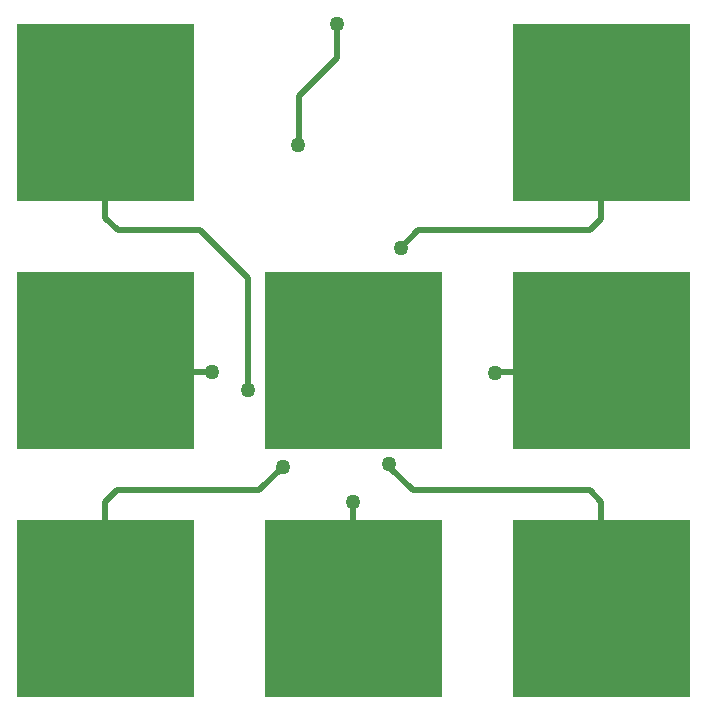
<source format=gbr>
%TF.GenerationSoftware,Altium Limited,Altium Designer,24.7.2 (38)*%
G04 Layer_Physical_Order=1*
G04 Layer_Color=255*
%FSLAX43Y43*%
%MOMM*%
%TF.SameCoordinates,179ED5A7-1FD7-47B0-8EB6-D2B1FD869DB5*%
%TF.FilePolarity,Positive*%
%TF.FileFunction,Copper,L1,Top,Signal*%
%TF.Part,Single*%
G01*
G75*
%TA.AperFunction,SMDPad,CuDef*%
%ADD10C,0.100*%
%TA.AperFunction,Conductor*%
%ADD11C,0.500*%
%TA.AperFunction,ViaPad*%
%ADD12C,1.270*%
G36*
X66497Y49341D02*
X51497D01*
Y64341D01*
X66497D01*
Y49341D01*
D02*
G37*
G36*
X24525D02*
X9525D01*
Y64341D01*
X24525D01*
Y49341D01*
D02*
G37*
G36*
X66497Y28341D02*
X51497D01*
Y43341D01*
X66497D01*
Y28341D01*
D02*
G37*
G36*
X45497D02*
X30497D01*
Y43341D01*
X45497D01*
Y28341D01*
D02*
G37*
G36*
X24497D02*
X9497D01*
Y43341D01*
X24497D01*
Y28341D01*
D02*
G37*
G36*
X66497Y7341D02*
X51497D01*
Y22341D01*
X66497D01*
Y7341D01*
D02*
G37*
G36*
X45497D02*
X30497D01*
Y22341D01*
X45497D01*
Y7341D01*
D02*
G37*
G36*
X24497D02*
X9497D01*
Y22341D01*
X24497D01*
Y7341D01*
D02*
G37*
D10*
X37997Y14841D02*
D03*
Y35841D02*
D03*
X17025Y56841D02*
D03*
X16997Y35841D02*
D03*
Y14841D02*
D03*
X58997Y56841D02*
D03*
Y14841D02*
D03*
Y35841D02*
D03*
D11*
X43497Y46841D02*
X57997D01*
X41997Y45341D02*
X43497Y46841D01*
X33360Y54089D02*
Y58205D01*
X36567Y61411D02*
Y64291D01*
X33360Y58205D02*
X36567Y61411D01*
X33324Y54053D02*
X33360Y54089D01*
X49997Y34841D02*
X51997D01*
X29997Y24841D02*
X31997Y26841D01*
X57997Y46841D02*
X58997Y47841D01*
Y49841D01*
X40997Y26841D02*
X42997Y24841D01*
X57997D01*
X58997Y20841D02*
Y23841D01*
X57997Y24841D02*
X58997Y23841D01*
X37997Y19841D02*
Y23841D01*
X29055Y33346D02*
Y42782D01*
X24997Y46841D02*
X29055Y42782D01*
X17997Y24841D02*
X29997D01*
X16997Y23841D02*
X17997Y24841D01*
X16997Y20841D02*
Y23841D01*
X22997Y34841D02*
X25997D01*
X18025Y46841D02*
X24997D01*
X16997Y47869D02*
X18025Y46841D01*
X16997Y47869D02*
Y53841D01*
D12*
X41997Y45341D02*
D03*
X36567Y64291D02*
D03*
X35951Y32841D02*
D03*
X31997Y26841D02*
D03*
X37997Y23841D02*
D03*
X40997Y27049D02*
D03*
X49997Y34800D02*
D03*
X29055Y33346D02*
D03*
X25997Y34841D02*
D03*
X33324Y54053D02*
D03*
%TF.MD5,b5ea380ce7148b13ff313c9dc4132976*%
M02*

</source>
